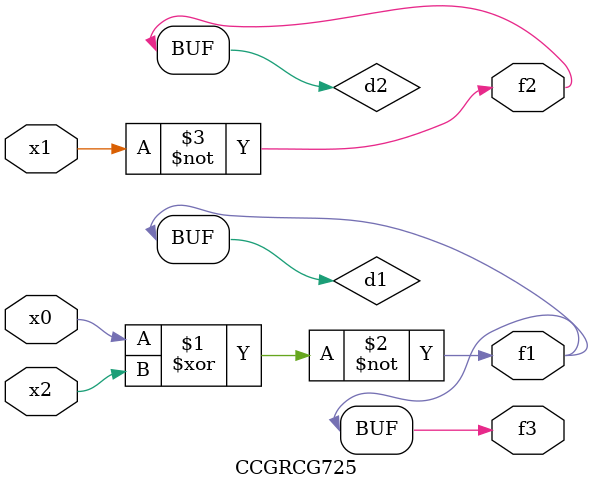
<source format=v>
module CCGRCG725(
	input x0, x1, x2,
	output f1, f2, f3
);

	wire d1, d2, d3;

	xnor (d1, x0, x2);
	nand (d2, x1);
	nor (d3, x1, x2);
	assign f1 = d1;
	assign f2 = d2;
	assign f3 = d1;
endmodule

</source>
